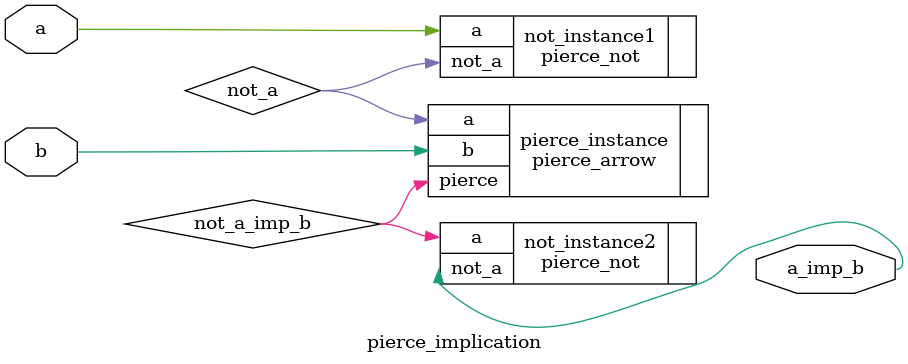
<source format=sv>
module pierce_implication(
    input logic a,
    input logic b,
    output logic a_imp_b
);
    logic not_a;
    logic not_a_imp_b;
    pierce_not not_instance1(
        .a(a),
        .not_a(not_a)
    );

    pierce_arrow pierce_instance(
        .a(not_a),
        .b(b),
        .pierce(not_a_imp_b)
    );

    pierce_not not_instance2(
        .a(not_a_imp_b),
        .not_a(a_imp_b)
    );

endmodule

</source>
